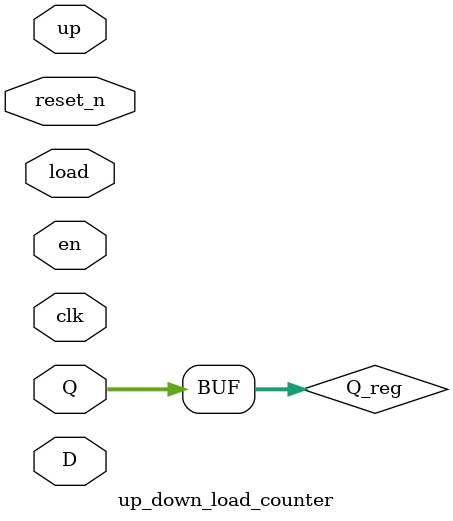
<source format=v>

module up_down_load_counter
#(parameter n = 4)
(
input clk, reset_n, en, up, load,
input [n-1:0] D, Q
);

reg [n-1:0]Q_reg, Q_next;

always @(posedge clk, negedge reset_n)
begin
	if(~reset_n)
		Q_reg <= 0;
	else if(en)
		Q_reg <= Q_next;
	else
		Q_reg <= Q_reg; // not necessary but just makes the code more robust
end


// Next state logic
always @(up, Q_reg, load, D)
begin
	Q_next = Q_reg;
	if(en)
	casex({load, up})
		2'b00: Q_next = Q_reg - 1;
		2'b01: Q_next = Q_reg + 1;
		2'b1x: Q_next = D;
		default: Q_next = Q_reg;
	endcase
end

// output logic
assign Q = Q_reg;

endmodule

</source>
